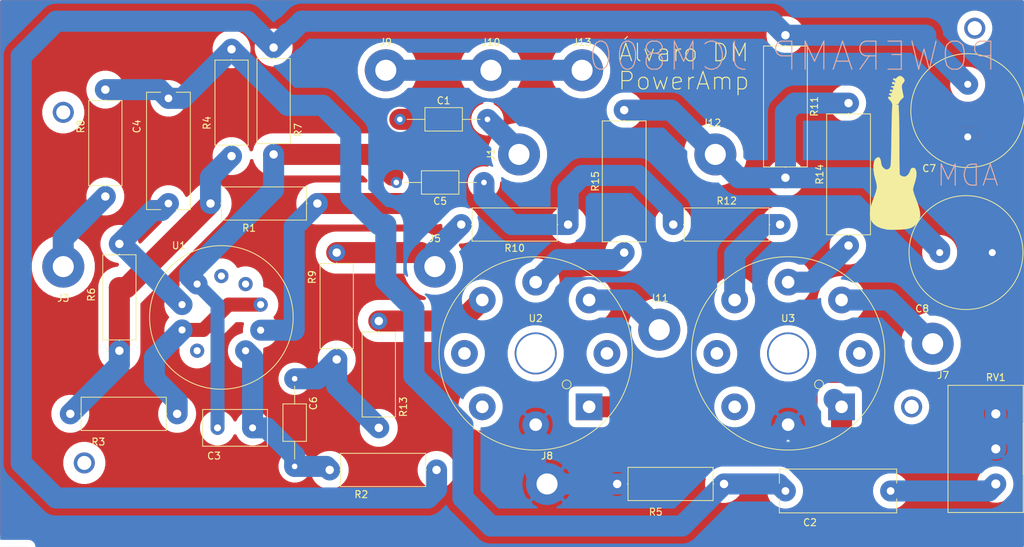
<source format=kicad_pcb>
(kicad_pcb (version 20171130) (host pcbnew "(5.1.10)-1")
  (layers (0 F.Cu signal hide) (31 B.Cu signal hide) (34 B.Paste user) (35 F.Paste user) (36 B.SilkS user hide) (37 F.SilkS user hide) (38 B.Mask user hide) (39 F.Mask user hide) (44 Edge.Cuts user hide))
  (net 0 "")
  (net 1 "Net-(C1-Pad1)")
  (net 2 "Net-(C1-Pad2)")
  (net 3 "Net-(C2-Pad2)")
  (net 4 "Net-(C2-Pad1)")
  (net 5 "Net-(C3-Pad2)")
  (net 6 "Net-(C3-Pad1)")
  (net 7 "Net-(C4-Pad1)")
  (net 8 "Net-(C5-Pad1)")
  (net 9 "Net-(C6-Pad1)")
  (net 10 "Net-(J3-Pad1)")
  (net 11 "Net-(J5-Pad1)")
  (net 12 "Net-(J7-Pad1)")
  (net 13 "Net-(J10-Pad1)")
  (net 14 "Net-(J11-Pad1)")
  (net 15 "Net-(R1-Pad1)")
  (net 16 "Net-(R3-Pad2)")
  (net 17 "Net-(R12-Pad2)")
  (net 18 "Net-(R13-Pad2)")
  (net 19 "Net-(R14-Pad1)")
  (net 20 "Net-(R15-Pad1)")
  (net 21 "Net-(U2-Pad1)")
  (net 22 "Net-(C7-Pad1)")
  (net 23 "Net-(C8-Pad1)")
  (net 24 GND)
  (module Logos:guitar (layer F.Cu) (at 210 77)
    (fp_text reference G*** hide)
    (fp_text value LOGO hide)
    (fp_poly (pts (xy 0.664635 -14.070951) (xy 0.768512 -13.976513) (xy 0.95857 -13.740784) (xy 0.999179 -13.532922) (xy 0.89251 -13.305395) (xy 0.804333 -13.19256) (xy 0.684291 -13.023937) (xy 0.618463 -12.84443) (xy 0.604928 -12.616671) (xy 0.641766 -12.303293) (xy 0.727057 -11.866929) (xy 0.734435 -11.832474) (xy 0.876203 -11.172746) (xy 0.570373 -10.892616) (xy 0.375094 -10.6792) (xy 0.237667 -10.466109) (xy 0.208978 -10.391099) (xy 0.096739 -10.200177) (xy -0.07146 -10.135209) (xy -0.296334 -10.100705) (xy -0.076671 -10.08802) (xy 0.142993 -10.075334) (xy 0.198186 -8.868834) (xy 0.210143 -8.520261) (xy 0.221285 -8.02766) (xy 0.231323 -7.416336) (xy 0.239965 -6.711594) (xy 0.246918 -5.938738) (xy 0.251893 -5.123074) (xy 0.254596 -4.289905) (xy 0.254986 -3.937) (xy 0.256695 -3.156966) (xy 0.260936 -2.428175) (xy 0.267414 -1.768292) (xy 0.275832 -1.194979) (xy 0.285898 -0.725898) (xy 0.297314 -0.378712) (xy 0.309786 -0.171084) (xy 0.318796 -0.118509) (xy 0.496068 0.032302) (xy 0.758 0.139816) (xy 0.963379 0.169333) (xy 1.234744 0.090317) (xy 1.489544 -0.125484) (xy 1.696066 -0.446201) (xy 1.774467 -0.645798) (xy 1.864437 -0.893866) (xy 1.957148 -1.021708) (xy 2.093499 -1.07408) (xy 2.175402 -1.08451) (xy 2.379967 -1.076369) (xy 2.509896 -0.97149) (xy 2.577568 -0.855881) (xy 2.690948 -0.466317) (xy 2.690486 0.03186) (xy 2.577214 0.622856) (xy 2.455333 1.016) (xy 2.340243 1.376152) (xy 2.252496 1.709948) (xy 2.206237 1.961274) (xy 2.202466 2.019153) (xy 2.233227 2.204571) (xy 2.318009 2.505464) (xy 2.44419 2.881638) (xy 2.599149 3.292901) (xy 2.614567 3.331487) (xy 2.905366 4.106605) (xy 3.101556 4.761409) (xy 3.203321 5.315896) (xy 3.210848 5.790064) (xy 3.124322 6.203911) (xy 2.943927 6.577436) (xy 2.669849 6.930637) (xy 2.648114 6.954097) (xy 2.372484 7.208868) (xy 2.065372 7.403292) (xy 1.6991 7.545647) (xy 1.245996 7.644209) (xy 0.678384 7.707255) (xy 0.015256 7.741547) (xy -0.45485 7.751007) (xy -0.905046 7.748957) (xy -1.287477 7.736322) (xy -1.554287 7.714026) (xy -1.575884 7.710806) (xy -2.299046 7.542808) (xy -2.900699 7.293526) (xy -3.369316 6.969403) (xy -3.693367 6.576882) (xy -3.732426 6.50543) (xy -3.897281 6.057233) (xy -3.960581 5.546033) (xy -3.920711 4.957065) (xy -3.776058 4.275561) (xy -3.525008 3.486755) (xy -3.352682 3.031301) (xy -3.153379 2.49695) (xy -3.028765 2.06879) (xy -2.974527 1.703239) (xy -2.98635 1.356713) (xy -3.05992 0.985631) (xy -3.126817 0.749751) (xy -3.337641 -0.059015) (xy -3.445138 -0.767841) (xy -3.453852 -1.407313) (xy -3.451778 -1.437994) (xy -3.382781 -1.918418) (xy -3.248246 -2.260933) (xy -3.037333 -2.487887) (xy -2.906576 -2.561978) (xy -2.735347 -2.61461) (xy -2.610898 -2.554925) (xy -2.530054 -2.464076) (xy -2.417071 -2.238698) (xy -2.370667 -1.977568) (xy -2.319127 -1.599663) (xy -2.181288 -1.281625) (xy -1.982326 -1.039865) (xy -1.747415 -0.890789) (xy -1.50173 -0.850808) (xy -1.270445 -0.936331) (xy -1.09027 -1.143) (xy -1.057004 -1.214463) (xy -1.028583 -1.31323) (xy -1.004355 -1.453682) (xy -0.98367 -1.650196) (xy -0.965876 -1.917152) (xy -0.950321 -2.268928) (xy -0.936356 -2.719903) (xy -0.92333 -3.284454) (xy -0.91059 -3.976962) (xy -0.897486 -4.811804) (xy -0.885178 -5.672667) (xy -0.872141 -6.509381) (xy -0.857169 -7.295591) (xy -0.840766 -8.014878) (xy -0.823433 -8.650824) (xy -0.805675 -9.18701) (xy -0.787994 -9.607018) (xy -0.770894 -9.894427) (xy -0.754877 -10.032821) (xy -0.751297 -10.04198) (xy -0.752793 -10.158838) (xy -0.834774 -10.351941) (xy -0.966657 -10.569712) (xy -1.117859 -10.760579) (xy -1.237982 -10.862708) (xy -1.334511 -10.995397) (xy -1.354667 -11.104719) (xy -1.325902 -11.226876) (xy -1.20757 -11.240143) (xy -1.143 -11.225899) (xy -0.977393 -11.214024) (xy -0.931334 -11.291513) (xy -1.002565 -11.404936) (xy -1.109587 -11.456865) (xy -1.23836 -11.537361) (xy -1.231866 -11.640081) (xy -1.108324 -11.715718) (xy -1.00942 -11.727965) (xy -0.834746 -11.782007) (xy -0.779083 -11.869495) (xy -0.797913 -11.96923) (xy -0.926404 -11.963822) (xy -1.063053 -11.964228) (xy -1.100639 -12.091083) (xy -1.100667 -12.097459) (xy -1.047182 -12.245368) (xy -0.916055 -12.264857) (xy -0.778934 -12.175067) (xy -0.693026 -12.121581) (xy -0.677334 -12.168142) (xy -0.648721 -12.327513) (xy -0.625942 -12.396742) (xy -0.631936 -12.503773) (xy -0.752942 -12.530667) (xy -0.899888 -12.583755) (xy -0.931334 -12.663373) (xy -0.886566 -12.754617) (xy -0.75143 -12.738979) (xy -0.566723 -12.738352) (xy -0.498727 -12.796773) (xy -0.428366 -12.959817) (xy -0.478503 -13.02114) (xy -0.564731 -13.002525) (xy -0.718462 -13.01049) (xy -0.800994 -13.131078) (xy -0.787442 -13.263823) (xy -0.697131 -13.355591) (xy -0.577273 -13.372405) (xy -0.5089 -13.305901) (xy -0.508 -13.292667) (xy -0.443571 -13.210461) (xy -0.423334 -13.208) (xy -0.354544 -13.278913) (xy -0.338667 -13.377334) (xy -0.389458 -13.514613) (xy -0.46067 -13.546667) (xy -0.609326 -13.604113) (xy -0.652087 -13.731602) (xy -0.602223 -13.824978) (xy -0.485471 -13.872847) (xy -0.410831 -13.822031) (xy -0.313658 -13.78997) (xy -0.1757 -13.879015) (xy -0.080529 -13.974431) (xy 0.169875 -14.171612) (xy 0.411679 -14.203769) (xy 0.664635 -14.070951)) (layer F.SilkS) (width 0.01))
  )
  (module Valve:Valve_Octal (layer F.Cu) (at 166 110)
    (fp_text reference U2 (at -7.62 -12.62) (layer F.SilkS))
    (fp_text value EL34)
    (fp_circle (center -7.62 -7.62) (end 2.13 2.13) (layer F.SilkS) (width 0.12))
    (fp_circle (center -3.21 -3.2) (end -2.77 -2.75) (layer F.SilkS) (width 0.12))
    (pad "" thru_hole circle (at -7.62 -7.62) (size 6 6) (drill 5.5) (layers *.Cu *.Mask))
    (pad 8 thru_hole circle (at -7.62 2.54) (size 3.81 7.62) (drill 1.8) (layers *.Cu *.Mask) (net 24 GND))
    (pad 7 thru_hole circle (at -15.24 0) (size 3.81 7.62) (drill 1.8) (layers *.Cu *.Mask))
    (pad 6 thru_hole circle (at -17.78 -7.62) (size 3.81 7.62) (drill 1.8) (layers *.Cu *.Mask))
    (pad 5 thru_hole circle (at -15.24 -15.24) (size 3.81 7.62) (drill 1.8) (layers *.Cu *.Mask) (net 18 "Net-(R13-Pad2)"))
    (pad 4 thru_hole circle (at -7.62 -17.78) (size 3.81 7.62) (drill 1.8) (layers *.Cu *.Mask) (net 20 "Net-(R15-Pad1)"))
    (pad 3 thru_hole circle (at 0 -15.24) (size 3.81 7.62) (drill 1.8) (layers *.Cu *.Mask) (net 14 "Net-(J11-Pad1)"))
    (pad 2 thru_hole circle (at 2.54 -7.62) (size 3.81 7.62) (drill 1.8) (layers *.Cu *.Mask))
    (pad 1 thru_hole rect (at 0 0) (size 3.81 3.81) (drill 1.8) (layers *.Cu *.Mask) (net 21 "Net-(U2-Pad1)"))
  )
  (module Valve:Valve_ECC-83-1 (layer F.Cu) (at 117 102)
    (fp_text reference U1 (at -9.5 -15) (layer F.SilkS))
    (fp_text value ECC83)
    (fp_circle (center -3.45 -4.75) (end 6.71 -3.48) (layer F.SilkS) (width 0.12))
    (pad 1 thru_hole circle (at 0 0) (size 2.03 2.03) (drill 1.02) (layers *.Cu *.Mask) (net 5 "Net-(C3-Pad2)"))
    (pad 2 thru_hole circle (at 2.15 -2.93) (size 2.03 2.03) (drill 1.02) (layers *.Cu *.Mask) (net 1 "Net-(C1-Pad1)"))
    (pad 3 thru_hole circle (at 2.15 -6.58) (size 2.03 2.03) (drill 1.02) (layers *.Cu *.Mask) (net 16 "Net-(R3-Pad2)"))
    (pad 4 thru_hole circle (at 0 -9.51) (size 2.03 2.03) (drill 1.02) (layers *.Cu *.Mask))
    (pad 5 thru_hole circle (at -3.45 -10.65) (size 2.03 2.03) (drill 1.02) (layers *.Cu *.Mask))
    (pad 6 thru_hole circle (at -6.91 -9.51) (size 2.03 2.03) (drill 1.02) (layers *.Cu *.Mask) (net 6 "Net-(C3-Pad1)"))
    (pad 7 thru_hole circle (at -9.06 -6.58) (size 2.03 2.03) (drill 1.02) (layers *.Cu *.Mask) (net 7 "Net-(C4-Pad1)"))
    (pad 8 thru_hole circle (at -9.06 -2.97) (size 2.03 2.03) (drill 1.02) (layers *.Cu *.Mask) (net 16 "Net-(R3-Pad2)"))
    (pad 9 thru_hole circle (at -6.91 0) (size 2.03 2.03) (drill 1.02) (layers *.Cu *.Mask))
  )
  (module Resistor_THT:R_Axial_DIN0414_L11.9mm_D4.5mm_P15.24mm_Horizontal (layer F.Cu) (at 99 102 90)
    (fp_text reference R6 (at 8 -4 90) (layer F.SilkS))
    (fp_text value 1M)
    (fp_line (start 1.55 -2.37) (end 1.55 2.37) (layer F.SilkS) (width 0.12))
    (fp_line (start 1.55 2.37) (end 13.69 2.37) (layer F.SilkS) (width 0.12))
    (fp_line (start 13.69 2.37) (end 13.69 -2.37) (layer F.SilkS) (width 0.12))
    (fp_line (start 13.69 -2.37) (end 1.55 -2.37) (layer F.SilkS) (width 0.12))
    (fp_line (start 1.44 0) (end 1.55 0) (layer F.SilkS) (width 0.12))
    (fp_line (start 13.8 0) (end 13.69 0) (layer F.SilkS) (width 0.12))
    (pad 2 thru_hole oval (at 15.24 0 90) (size 2.4 2.4) (drill 1.2) (layers *.Cu *.Mask) (net 7 "Net-(C4-Pad1)"))
    (pad 1 thru_hole circle (at 0 0 90) (size 2.4 2.4) (drill 1.2) (layers *.Cu *.Mask) (net 15 "Net-(R1-Pad1)"))
  )
  (module Resistor_THT:R_Axial_DIN0414_L11.9mm_D4.5mm_P15.24mm_Horizontal (layer F.Cu) (at 97 80 90)
    (fp_text reference R8 (at 10 -3.5 90) (layer F.SilkS))
    (fp_text value 100k)
    (fp_line (start 13.8 0) (end 13.69 0) (layer F.SilkS) (width 0.12))
    (fp_line (start 1.44 0) (end 1.55 0) (layer F.SilkS) (width 0.12))
    (fp_line (start 13.69 -2.37) (end 1.55 -2.37) (layer F.SilkS) (width 0.12))
    (fp_line (start 13.69 2.37) (end 13.69 -2.37) (layer F.SilkS) (width 0.12))
    (fp_line (start 1.55 2.37) (end 13.69 2.37) (layer F.SilkS) (width 0.12))
    (fp_line (start 1.55 -2.37) (end 1.55 2.37) (layer F.SilkS) (width 0.12))
    (pad 1 thru_hole circle (at 0 0 90) (size 2.4 2.4) (drill 1.2) (layers *.Cu *.Mask) (net 10 "Net-(J3-Pad1)"))
    (pad 2 thru_hole oval (at 15.24 0 90) (size 2.4 2.4) (drill 1.2) (layers *.Cu *.Mask) (net 4 "Net-(C2-Pad1)"))
  )
  (module Resistor_THT:R_Axial_DIN0617_L17.0mm_D6.0mm_P20.32mm_Horizontal (layer F.Cu) (at 171 88 90)
    (fp_text reference R15 (at 10.16 -4.12 90) (layer F.SilkS))
    (fp_text value "1k 5W")
    (fp_line (start 1.54 -3.12) (end 1.54 3.12) (layer F.SilkS) (width 0.12))
    (fp_line (start 1.54 3.12) (end 18.78 3.12) (layer F.SilkS) (width 0.12))
    (fp_line (start 18.78 3.12) (end 18.78 -3.12) (layer F.SilkS) (width 0.12))
    (fp_line (start 18.78 -3.12) (end 1.54 -3.12) (layer F.SilkS) (width 0.12))
    (fp_line (start 1.44 0) (end 1.54 0) (layer F.SilkS) (width 0.12))
    (fp_line (start 18.88 0) (end 18.78 0) (layer F.SilkS) (width 0.12))
    (pad 2 thru_hole oval (at 20.32 0 90) (size 2.4 2.4) (drill 1.2) (layers *.Cu *.Mask) (net 23 "Net-(C8-Pad1)"))
    (pad 1 thru_hole circle (at 0 0 90) (size 2.4 2.4) (drill 1.2) (layers *.Cu *.Mask) (net 20 "Net-(R15-Pad1)"))
  )
  (module Potentiometer_THT:Potentiometer_Alps_RK163_Single_Horizontal (layer F.Cu) (at 224 121)
    (fp_text reference RV1 (at 0 -15.2) (layer F.SilkS))
    (fp_text value "22k PRESENCE")
    (fp_line (start 18.92 -8.12) (end 18.92 -1.879) (layer F.SilkS) (width 0.12))
    (fp_line (start 8.92 -8.12) (end 8.92 -1.879) (layer F.SilkS) (width 0.12))
    (fp_line (start 8.92 -1.879) (end 18.92 -1.879) (layer F.SilkS) (width 0.12))
    (fp_line (start 8.92 -8.12) (end 18.92 -8.12) (layer F.SilkS) (width 0.12))
    (fp_line (start 8.92 -8.62) (end 8.92 -1.38) (layer F.SilkS) (width 0.12))
    (fp_line (start 3.92 -8.62) (end 3.92 -1.38) (layer F.SilkS) (width 0.12))
    (fp_line (start 3.92 -1.38) (end 8.92 -1.38) (layer F.SilkS) (width 0.12))
    (fp_line (start 3.92 -8.62) (end 8.92 -8.62) (layer F.SilkS) (width 0.12))
    (fp_line (start 3.92 -14.07) (end 3.92 4.07) (layer F.SilkS) (width 0.12))
    (fp_line (start -6.82 -14.07) (end -6.82 4.07) (layer F.SilkS) (width 0.12))
    (fp_line (start -6.82 4.07) (end 3.92 4.07) (layer F.SilkS) (width 0.12))
    (fp_line (start -6.82 -14.07) (end 3.92 -14.07) (layer F.SilkS) (width 0.12))
    (pad 3 thru_hole circle (at 0 -10) (size 2.34 2.34) (drill 1.3) (layers *.Cu *.Mask) (net 24 GND))
    (pad 2 thru_hole circle (at 0 -5) (size 2.34 2.34) (drill 1.3) (layers *.Cu *.Mask) (net 24 GND))
    (pad 1 thru_hole circle (at 0 0) (size 2.34 2.34) (drill 1.3) (layers *.Cu *.Mask) (net 3 "Net-(C2-Pad2)"))
  )
  (module Resistor_THT:R_Axial_DIN0414_L11.9mm_D4.5mm_P15.24mm_Horizontal (layer F.Cu) (at 121 74 90)
    (fp_text reference R7 (at 3.5 3.5 90) (layer F.SilkS))
    (fp_text value 100k)
    (fp_line (start 1.55 -2.37) (end 1.55 2.37) (layer F.SilkS) (width 0.12))
    (fp_line (start 1.55 2.37) (end 13.69 2.37) (layer F.SilkS) (width 0.12))
    (fp_line (start 13.69 2.37) (end 13.69 -2.37) (layer F.SilkS) (width 0.12))
    (fp_line (start 13.69 -2.37) (end 1.55 -2.37) (layer F.SilkS) (width 0.12))
    (fp_line (start 1.44 0) (end 1.55 0) (layer F.SilkS) (width 0.12))
    (fp_line (start 13.8 0) (end 13.69 0) (layer F.SilkS) (width 0.12))
    (pad 2 thru_hole oval (at 15.24 0 90) (size 2.4 2.4) (drill 1.2) (layers *.Cu *.Mask) (net 22 "Net-(C7-Pad1)"))
    (pad 1 thru_hole circle (at 0 0 90) (size 2.4 2.4) (drill 1.2) (layers *.Cu *.Mask) (net 6 "Net-(C3-Pad1)"))
  )
  (module Valve:Valve_Octal (layer F.Cu) (at 202 110)
    (fp_text reference U3 (at -7.62 -12.62) (layer F.SilkS))
    (fp_text value EL34)
    (fp_circle (center -3.21 -3.2) (end -2.77 -2.75) (layer F.SilkS) (width 0.12))
    (fp_circle (center -7.62 -7.62) (end 2.13 2.13) (layer F.SilkS) (width 0.12))
    (pad 1 thru_hole rect (at 0 0) (size 3.81 3.81) (drill 1.8) (layers *.Cu *.Mask) (net 21 "Net-(U2-Pad1)"))
    (pad 2 thru_hole circle (at 2.54 -7.62) (size 3.81 7.62) (drill 1.8) (layers *.Cu *.Mask))
    (pad 3 thru_hole circle (at 0 -15.24) (size 3.81 7.62) (drill 1.8) (layers *.Cu *.Mask) (net 12 "Net-(J7-Pad1)"))
    (pad 4 thru_hole circle (at -7.62 -17.78) (size 3.81 7.62) (drill 1.8) (layers *.Cu *.Mask) (net 19 "Net-(R14-Pad1)"))
    (pad 5 thru_hole circle (at -15.24 -15.24) (size 3.81 7.62) (drill 1.8) (layers *.Cu *.Mask) (net 17 "Net-(R12-Pad2)"))
    (pad 6 thru_hole circle (at -17.78 -7.62) (size 3.81 7.62) (drill 1.8) (layers *.Cu *.Mask))
    (pad 7 thru_hole circle (at -15.24 0) (size 3.81 7.62) (drill 1.8) (layers *.Cu *.Mask))
    (pad 8 thru_hole circle (at -7.62 2.54) (size 3.81 7.62) (drill 1.8) (layers *.Cu *.Mask) (net 24 GND))
    (pad "" thru_hole circle (at -7.62 -7.62) (size 6 6) (drill 5.5) (layers *.Cu *.Mask))
  )
  (module Resistor_THT:R_Axial_DIN0414_L11.9mm_D4.5mm_P15.24mm_Horizontal (layer F.Cu) (at 163 84 180)
    (fp_text reference R10 (at 7.62 -3.37) (layer F.SilkS))
    (fp_text value 150k)
    (fp_line (start 1.55 -2.37) (end 1.55 2.37) (layer F.SilkS) (width 0.12))
    (fp_line (start 1.55 2.37) (end 13.69 2.37) (layer F.SilkS) (width 0.12))
    (fp_line (start 13.69 2.37) (end 13.69 -2.37) (layer F.SilkS) (width 0.12))
    (fp_line (start 13.69 -2.37) (end 1.55 -2.37) (layer F.SilkS) (width 0.12))
    (fp_line (start 1.44 0) (end 1.55 0) (layer F.SilkS) (width 0.12))
    (fp_line (start 13.8 0) (end 13.69 0) (layer F.SilkS) (width 0.12))
    (pad 2 thru_hole oval (at 15.24 0 180) (size 2.4 2.4) (drill 1.2) (layers *.Cu *.Mask) (net 11 "Net-(J5-Pad1)"))
    (pad 1 thru_hole circle (at 0 0 180) (size 2.4 2.4) (drill 1.2) (layers *.Cu *.Mask) (net 8 "Net-(C5-Pad1)"))
  )
  (module Resistor_THT:R_Axial_DIN0414_L11.9mm_D4.5mm_P15.24mm_Horizontal (layer F.Cu) (at 170 121)
    (fp_text reference R5 (at 5.5 4) (layer F.SilkS))
    (fp_text value 4k7)
    (fp_line (start 13.8 0) (end 13.69 0) (layer F.SilkS) (width 0.12))
    (fp_line (start 1.44 0) (end 1.55 0) (layer F.SilkS) (width 0.12))
    (fp_line (start 13.69 -2.37) (end 1.55 -2.37) (layer F.SilkS) (width 0.12))
    (fp_line (start 13.69 2.37) (end 13.69 -2.37) (layer F.SilkS) (width 0.12))
    (fp_line (start 1.55 2.37) (end 13.69 2.37) (layer F.SilkS) (width 0.12))
    (fp_line (start 1.55 -2.37) (end 1.55 2.37) (layer F.SilkS) (width 0.12))
    (pad 1 thru_hole circle (at 0 0) (size 2.4 2.4) (drill 1.2) (layers *.Cu *.Mask) (net 24 GND))
    (pad 2 thru_hole oval (at 15.24 0) (size 2.4 2.4) (drill 1.2) (layers *.Cu *.Mask) (net 4 "Net-(C2-Pad1)"))
  )
  (module Resistor_THT:R_Axial_DIN0414_L11.9mm_D4.5mm_P15.24mm_Horizontal (layer F.Cu) (at 130 88 270)
    (fp_text reference R9 (at 3.5 3.5 90) (layer F.SilkS))
    (fp_text value 150k)
    (fp_line (start 13.8 0) (end 13.69 0) (layer F.SilkS) (width 0.12))
    (fp_line (start 1.44 0) (end 1.55 0) (layer F.SilkS) (width 0.12))
    (fp_line (start 13.69 -2.37) (end 1.55 -2.37) (layer F.SilkS) (width 0.12))
    (fp_line (start 13.69 2.37) (end 13.69 -2.37) (layer F.SilkS) (width 0.12))
    (fp_line (start 1.55 2.37) (end 13.69 2.37) (layer F.SilkS) (width 0.12))
    (fp_line (start 1.55 -2.37) (end 1.55 2.37) (layer F.SilkS) (width 0.12))
    (pad 1 thru_hole circle (at 0 0 270) (size 2.4 2.4) (drill 1.2) (layers *.Cu *.Mask) (net 11 "Net-(J5-Pad1)"))
    (pad 2 thru_hole oval (at 15.24 0 270) (size 2.4 2.4) (drill 1.2) (layers *.Cu *.Mask) (net 9 "Net-(C6-Pad1)"))
  )
  (module Resistor_THT:R_Axial_DIN0414_L11.9mm_D4.5mm_P15.24mm_Horizontal (layer F.Cu) (at 136 113 90)
    (fp_text reference R13 (at 3 3.5 90) (layer F.SilkS))
    (fp_text value 5k6)
    (fp_line (start 13.8 0) (end 13.69 0) (layer F.SilkS) (width 0.12))
    (fp_line (start 1.44 0) (end 1.55 0) (layer F.SilkS) (width 0.12))
    (fp_line (start 13.69 -2.37) (end 1.55 -2.37) (layer F.SilkS) (width 0.12))
    (fp_line (start 13.69 2.37) (end 13.69 -2.37) (layer F.SilkS) (width 0.12))
    (fp_line (start 1.55 2.37) (end 13.69 2.37) (layer F.SilkS) (width 0.12))
    (fp_line (start 1.55 -2.37) (end 1.55 2.37) (layer F.SilkS) (width 0.12))
    (pad 1 thru_hole circle (at 0 0 90) (size 2.4 2.4) (drill 1.2) (layers *.Cu *.Mask) (net 9 "Net-(C6-Pad1)"))
    (pad 2 thru_hole oval (at 15.24 0 90) (size 2.4 2.4) (drill 1.2) (layers *.Cu *.Mask) (net 18 "Net-(R13-Pad2)"))
  )
  (module Resistor_THT:R_Axial_DIN0414_L11.9mm_D4.5mm_P15.24mm_Horizontal (layer F.Cu) (at 112 81)
    (fp_text reference R1 (at 5.5 3.5) (layer F.SilkS))
    (fp_text value 1M)
    (fp_line (start 13.8 0) (end 13.69 0) (layer F.SilkS) (width 0.12))
    (fp_line (start 1.44 0) (end 1.55 0) (layer F.SilkS) (width 0.12))
    (fp_line (start 13.69 -2.37) (end 1.55 -2.37) (layer F.SilkS) (width 0.12))
    (fp_line (start 13.69 2.37) (end 13.69 -2.37) (layer F.SilkS) (width 0.12))
    (fp_line (start 1.55 2.37) (end 13.69 2.37) (layer F.SilkS) (width 0.12))
    (fp_line (start 1.55 -2.37) (end 1.55 2.37) (layer F.SilkS) (width 0.12))
    (pad 1 thru_hole circle (at 0 0) (size 2.4 2.4) (drill 1.2) (layers *.Cu *.Mask) (net 15 "Net-(R1-Pad1)"))
    (pad 2 thru_hole oval (at 15.24 0) (size 2.4 2.4) (drill 1.2) (layers *.Cu *.Mask) (net 1 "Net-(C1-Pad1)"))
  )
  (module Resistor_THT:R_Axial_DIN0414_L11.9mm_D4.5mm_P15.24mm_Horizontal (layer F.Cu) (at 115 59 270)
    (fp_text reference R4 (at 10.5 3.5 90) (layer F.SilkS))
    (fp_text value 10k)
    (fp_line (start 13.8 0) (end 13.69 0) (layer F.SilkS) (width 0.12))
    (fp_line (start 1.44 0) (end 1.55 0) (layer F.SilkS) (width 0.12))
    (fp_line (start 13.69 -2.37) (end 1.55 -2.37) (layer F.SilkS) (width 0.12))
    (fp_line (start 13.69 2.37) (end 13.69 -2.37) (layer F.SilkS) (width 0.12))
    (fp_line (start 1.55 2.37) (end 13.69 2.37) (layer F.SilkS) (width 0.12))
    (fp_line (start 1.55 -2.37) (end 1.55 2.37) (layer F.SilkS) (width 0.12))
    (pad 1 thru_hole circle (at 0 0 270) (size 2.4 2.4) (drill 1.2) (layers *.Cu *.Mask) (net 4 "Net-(C2-Pad1)"))
    (pad 2 thru_hole oval (at 15.24 0 270) (size 2.4 2.4) (drill 1.2) (layers *.Cu *.Mask) (net 15 "Net-(R1-Pad1)"))
  )
  (module Resistor_THT:R_Axial_DIN0414_L11.9mm_D4.5mm_P15.24mm_Horizontal (layer F.Cu) (at 92 111)
    (fp_text reference R3 (at 4 4) (layer F.SilkS))
    (fp_text value 470R)
    (fp_line (start 1.55 -2.37) (end 1.55 2.37) (layer F.SilkS) (width 0.12))
    (fp_line (start 1.55 2.37) (end 13.69 2.37) (layer F.SilkS) (width 0.12))
    (fp_line (start 13.69 2.37) (end 13.69 -2.37) (layer F.SilkS) (width 0.12))
    (fp_line (start 13.69 -2.37) (end 1.55 -2.37) (layer F.SilkS) (width 0.12))
    (fp_line (start 1.44 0) (end 1.55 0) (layer F.SilkS) (width 0.12))
    (fp_line (start 13.8 0) (end 13.69 0) (layer F.SilkS) (width 0.12))
    (pad 2 thru_hole oval (at 15.24 0) (size 2.4 2.4) (drill 1.2) (layers *.Cu *.Mask) (net 16 "Net-(R3-Pad2)"))
    (pad 1 thru_hole circle (at 0 0) (size 2.4 2.4) (drill 1.2) (layers *.Cu *.Mask) (net 15 "Net-(R1-Pad1)"))
  )
  (module Resistor_THT:R_Axial_DIN0617_L17.0mm_D6.0mm_P20.32mm_Horizontal (layer F.Cu) (at 203 87 90)
    (fp_text reference R14 (at 10.16 -4.12 90) (layer F.SilkS))
    (fp_text value "1k 5W")
    (fp_line (start 18.88 0) (end 18.78 0) (layer F.SilkS) (width 0.12))
    (fp_line (start 1.44 0) (end 1.54 0) (layer F.SilkS) (width 0.12))
    (fp_line (start 18.78 -3.12) (end 1.54 -3.12) (layer F.SilkS) (width 0.12))
    (fp_line (start 18.78 3.12) (end 18.78 -3.12) (layer F.SilkS) (width 0.12))
    (fp_line (start 1.54 3.12) (end 18.78 3.12) (layer F.SilkS) (width 0.12))
    (fp_line (start 1.54 -3.12) (end 1.54 3.12) (layer F.SilkS) (width 0.12))
    (pad 1 thru_hole circle (at 0 0 90) (size 2.4 2.4) (drill 1.2) (layers *.Cu *.Mask) (net 19 "Net-(R14-Pad1)"))
    (pad 2 thru_hole oval (at 20.32 0 90) (size 2.4 2.4) (drill 1.2) (layers *.Cu *.Mask) (net 23 "Net-(C8-Pad1)"))
  )
  (module Capacitor_THT:C_Axial_L5.1mm_D3.1mm_P12.50mm_Horizontal (layer F.Cu) (at 139 69)
    (fp_text reference C1 (at 6.25 -2.67) (layer F.SilkS))
    (fp_text value 22n)
    (fp_line (start 3.58 -1.67) (end 3.58 1.67) (layer F.SilkS) (width 0.12))
    (fp_line (start 3.58 1.67) (end 8.92 1.67) (layer F.SilkS) (width 0.12))
    (fp_line (start 8.92 1.67) (end 8.92 -1.67) (layer F.SilkS) (width 0.12))
    (fp_line (start 8.92 -1.67) (end 3.58 -1.67) (layer F.SilkS) (width 0.12))
    (fp_line (start 1.04 0) (end 3.58 0) (layer F.SilkS) (width 0.12))
    (fp_line (start 11.46 0) (end 8.92 0) (layer F.SilkS) (width 0.12))
    (pad 1 thru_hole circle (at 0 0) (size 1.6 1.6) (drill 0.8) (layers *.Cu *.Mask) (net 1 "Net-(C1-Pad1)"))
    (pad 2 thru_hole oval (at 12.5 0) (size 1.6 1.6) (drill 0.8) (layers *.Cu *.Mask) (net 2 "Net-(C1-Pad2)"))
  )
  (module Resistor_THT:R_Axial_DIN0414_L11.9mm_D4.5mm_P15.24mm_Horizontal (layer F.Cu) (at 129 119)
    (fp_text reference R2 (at 4.5 3.5) (layer F.SilkS))
    (fp_text value 82k)
    (fp_line (start 1.55 -2.37) (end 1.55 2.37) (layer F.SilkS) (width 0.12))
    (fp_line (start 1.55 2.37) (end 13.69 2.37) (layer F.SilkS) (width 0.12))
    (fp_line (start 13.69 2.37) (end 13.69 -2.37) (layer F.SilkS) (width 0.12))
    (fp_line (start 13.69 -2.37) (end 1.55 -2.37) (layer F.SilkS) (width 0.12))
    (fp_line (start 1.44 0) (end 1.55 0) (layer F.SilkS) (width 0.12))
    (fp_line (start 13.8 0) (end 13.69 0) (layer F.SilkS) (width 0.12))
    (pad 2 thru_hole oval (at 15.24 0) (size 2.4 2.4) (drill 1.2) (layers *.Cu *.Mask) (net 22 "Net-(C7-Pad1)"))
    (pad 1 thru_hole circle (at 0 0) (size 2.4 2.4) (drill 1.2) (layers *.Cu *.Mask) (net 5 "Net-(C3-Pad2)"))
  )
  (module Capacitor_THT:C_Rect_L16.5mm_W6.0mm_P15.00mm_MKT (layer F.Cu) (at 194 122)
    (fp_text reference C2 (at 3.5 4.5) (layer F.SilkS))
    (fp_text value 100n)
    (fp_line (start 15.87 1.104) (end 15.87 3.12) (layer F.SilkS) (width 0.12))
    (fp_line (start 15.87 -3.12) (end 15.87 -1.104) (layer F.SilkS) (width 0.12))
    (fp_line (start -0.87 1.104) (end -0.87 3.12) (layer F.SilkS) (width 0.12))
    (fp_line (start -0.87 -3.12) (end -0.87 -1.104) (layer F.SilkS) (width 0.12))
    (fp_line (start -0.87 3.12) (end 15.87 3.12) (layer F.SilkS) (width 0.12))
    (fp_line (start -0.87 -3.12) (end 15.87 -3.12) (layer F.SilkS) (width 0.12))
    (pad 2 thru_hole circle (at 15 0) (size 2.2 2.2) (drill 1.1) (layers *.Cu *.Mask) (net 3 "Net-(C2-Pad2)"))
    (pad 1 thru_hole circle (at 0 0) (size 2.2 2.2) (drill 1.1) (layers *.Cu *.Mask) (net 4 "Net-(C2-Pad1)"))
  )
  (module Capacitor_THT:C_Rect_L16.5mm_W6.0mm_P15.00mm_MKT (layer F.Cu) (at 106 81 90)
    (fp_text reference C4 (at 11 -4.5 90) (layer F.SilkS))
    (fp_text value 100n)
    (fp_line (start -0.87 -3.12) (end 15.87 -3.12) (layer F.SilkS) (width 0.12))
    (fp_line (start -0.87 3.12) (end 15.87 3.12) (layer F.SilkS) (width 0.12))
    (fp_line (start -0.87 -3.12) (end -0.87 -1.104) (layer F.SilkS) (width 0.12))
    (fp_line (start -0.87 1.104) (end -0.87 3.12) (layer F.SilkS) (width 0.12))
    (fp_line (start 15.87 -3.12) (end 15.87 -1.104) (layer F.SilkS) (width 0.12))
    (fp_line (start 15.87 1.104) (end 15.87 3.12) (layer F.SilkS) (width 0.12))
    (pad 1 thru_hole circle (at 0 0 90) (size 2.2 2.2) (drill 1.1) (layers *.Cu *.Mask) (net 7 "Net-(C4-Pad1)"))
    (pad 2 thru_hole circle (at 15 0 90) (size 2.2 2.2) (drill 1.1) (layers *.Cu *.Mask) (net 4 "Net-(C2-Pad1)"))
  )
  (module Capacitor_THT:C_Radial_D16.0mm_H25.0mm_P7.50mm (layer F.Cu) (at 220 64 270)
    (fp_text reference C7 (at 12 5.5 180) (layer F.SilkS))
    (fp_text value "50uF 500V")
    (fp_circle (center 3.75 0) (end 11.87 0) (layer F.SilkS) (width 0.12))
    (pad 1 thru_hole circle (at 0 0 270) (size 2 2) (drill 1) (layers *.Cu *.Mask) (net 22 "Net-(C7-Pad1)"))
    (pad 2 thru_hole circle (at 7.5 0 270) (size 2 2) (drill 1) (layers *.Cu *.Mask) (net 24 GND))
  )
  (module Capacitor_THT:C_Axial_L5.1mm_D3.1mm_P12.50mm_Horizontal (layer F.Cu) (at 151 78 180)
    (fp_text reference C5 (at 6.25 -2.67) (layer F.SilkS))
    (fp_text value 22n)
    (fp_line (start 11.46 0) (end 8.92 0) (layer F.SilkS) (width 0.12))
    (fp_line (start 1.04 0) (end 3.58 0) (layer F.SilkS) (width 0.12))
    (fp_line (start 8.92 -1.67) (end 3.58 -1.67) (layer F.SilkS) (width 0.12))
    (fp_line (start 8.92 1.67) (end 8.92 -1.67) (layer F.SilkS) (width 0.12))
    (fp_line (start 3.58 1.67) (end 8.92 1.67) (layer F.SilkS) (width 0.12))
    (fp_line (start 3.58 -1.67) (end 3.58 1.67) (layer F.SilkS) (width 0.12))
    (pad 2 thru_hole oval (at 12.5 0 180) (size 1.6 1.6) (drill 0.8) (layers *.Cu *.Mask) (net 6 "Net-(C3-Pad1)"))
    (pad 1 thru_hole circle (at 0 0 180) (size 1.6 1.6) (drill 0.8) (layers *.Cu *.Mask) (net 8 "Net-(C5-Pad1)"))
  )
  (module Capacitor_THT:C_Radial_D16.0mm_H25.0mm_P7.50mm (layer F.Cu) (at 216 88)
    (fp_text reference C8 (at -2.5 8) (layer F.SilkS))
    (fp_text value "50uF 500V")
    (fp_circle (center 3.75 0) (end 11.87 0) (layer F.SilkS) (width 0.12))
    (pad 2 thru_hole circle (at 7.5 0) (size 2 2) (drill 1) (layers *.Cu *.Mask) (net 24 GND))
    (pad 1 thru_hole circle (at 0 0) (size 2 2) (drill 1) (layers *.Cu *.Mask) (net 23 "Net-(C8-Pad1)"))
  )
  (module MountingHole:MountingHole_3mm_Pad (layer F.Cu) (at 184 74)
    (fp_text reference J12 (at -0.5 -4.5) (layer F.SilkS))
    (fp_text value Choke1)
    (pad 1 thru_hole circle (at 0 0) (size 6 6) (drill 3) (layers *.Cu *.Mask) (net 23 "Net-(C8-Pad1)"))
  )
  (module MountingHole:MountingHole_3mm_Pad (layer F.Cu) (at 165 62)
    (fp_text reference J13 (at 0 -4) (layer F.SilkS))
    (fp_text value Choke2)
    (pad 1 thru_hole circle (at 0 0) (size 6 6) (drill 3) (layers *.Cu *.Mask) (net 13 "Net-(J10-Pad1)"))
  )
  (module MountingHole:MountingHole_3mm_Pad (layer F.Cu) (at 156 74 90)
    (fp_text reference J1 (at 0 -4 90) (layer F.SilkS))
    (fp_text value In)
    (pad 1 thru_hole circle (at 0 0 90) (size 6 6) (drill 3) (layers *.Cu *.Mask) (net 2 "Net-(C1-Pad2)"))
  )
  (module MountingHole:MountingHole_3mm_Pad (layer F.Cu) (at 91 90 270)
    (fp_text reference J3 (at 4.5 0 180) (layer F.SilkS))
    (fp_text value "OT pur")
    (pad 1 thru_hole circle (at 0 0 270) (size 6 6) (drill 3) (layers *.Cu *.Mask) (net 10 "Net-(J3-Pad1)"))
  )
  (module MountingHole:MountingHole_3mm_Pad (layer F.Cu) (at 144 90)
    (fp_text reference J5 (at 0 -4) (layer F.SilkS))
    (fp_text value -57V)
    (pad 1 thru_hole circle (at 0 0) (size 6 6) (drill 3) (layers *.Cu *.Mask) (net 11 "Net-(J5-Pad1)"))
  )
  (module MountingHole:MountingHole_3mm_Pad (layer F.Cu) (at 215 101)
    (fp_text reference J7 (at 1.5 4.5) (layer F.SilkS))
    (fp_text value "OT Wt")
    (pad 1 thru_hole circle (at 0 0) (size 6 6) (drill 3) (layers *.Cu *.Mask) (net 12 "Net-(J7-Pad1)"))
  )
  (module Resistor_THT:R_Axial_DIN0617_L17.0mm_D6.0mm_P20.32mm_Horizontal (layer F.Cu) (at 194 57 270)
    (fp_text reference R11 (at 10.16 -4.12 90) (layer F.SilkS))
    (fp_text value "10k 2W")
    (fp_line (start 18.88 0) (end 18.78 0) (layer F.SilkS) (width 0.12))
    (fp_line (start 1.44 0) (end 1.54 0) (layer F.SilkS) (width 0.12))
    (fp_line (start 18.78 -3.12) (end 1.54 -3.12) (layer F.SilkS) (width 0.12))
    (fp_line (start 18.78 3.12) (end 18.78 -3.12) (layer F.SilkS) (width 0.12))
    (fp_line (start 1.54 3.12) (end 18.78 3.12) (layer F.SilkS) (width 0.12))
    (fp_line (start 1.54 -3.12) (end 1.54 3.12) (layer F.SilkS) (width 0.12))
    (pad 1 thru_hole circle (at 0 0 270) (size 2.4 2.4) (drill 1.2) (layers *.Cu *.Mask) (net 22 "Net-(C7-Pad1)"))
    (pad 2 thru_hole oval (at 20.32 0 270) (size 2.4 2.4) (drill 1.2) (layers *.Cu *.Mask) (net 23 "Net-(C8-Pad1)"))
  )
  (module Capacitor_THT:C_Axial_L5.1mm_D3.1mm_P12.50mm_Horizontal (layer F.Cu) (at 124 106 270)
    (fp_text reference C6 (at 3.5 -2.67 90) (layer F.SilkS))
    (fp_text value 22n)
    (fp_line (start 3.58 -1.67) (end 3.58 1.67) (layer F.SilkS) (width 0.12))
    (fp_line (start 3.58 1.67) (end 8.92 1.67) (layer F.SilkS) (width 0.12))
    (fp_line (start 8.92 1.67) (end 8.92 -1.67) (layer F.SilkS) (width 0.12))
    (fp_line (start 8.92 -1.67) (end 3.58 -1.67) (layer F.SilkS) (width 0.12))
    (fp_line (start 1.04 0) (end 3.58 0) (layer F.SilkS) (width 0.12))
    (fp_line (start 11.46 0) (end 8.92 0) (layer F.SilkS) (width 0.12))
    (pad 1 thru_hole circle (at 0 0 270) (size 1.6 1.6) (drill 0.8) (layers *.Cu *.Mask) (net 9 "Net-(C6-Pad1)"))
    (pad 2 thru_hole oval (at 12.5 0 270) (size 1.6 1.6) (drill 0.8) (layers *.Cu *.Mask) (net 5 "Net-(C3-Pad2)"))
  )
  (module MountingHole:MountingHole_3mm_Pad (layer F.Cu) (at 160 121)
    (fp_text reference J8 (at 0 -4) (layer F.SilkS))
    (fp_text value "Tierra (Jack/AC)")
    (pad 1 thru_hole circle (at 0 0) (size 6 6) (drill 3) (layers *.Cu *.Mask) (net 24 GND))
  )
  (module MountingHole:MountingHole_3mm_Pad (layer F.Cu) (at 137 62)
    (fp_text reference J9 (at 0 -4) (layer F.SilkS))
    (fp_text value B+)
    (pad 1 thru_hole circle (at 0 0) (size 6 6) (drill 3) (layers *.Cu *.Mask) (net 13 "Net-(J10-Pad1)"))
  )
  (module MountingHole:MountingHole_3mm_Pad (layer F.Cu) (at 176 99)
    (fp_text reference J11 (at 0 -4.5) (layer F.SilkS))
    (fp_text value "OT Rd")
    (pad 1 thru_hole circle (at 0 0) (size 6 6) (drill 3) (layers *.Cu *.Mask) (net 14 "Net-(J11-Pad1)"))
  )
  (module Resistor_THT:R_Axial_DIN0414_L11.9mm_D4.5mm_P15.24mm_Horizontal (layer F.Cu) (at 178 84)
    (fp_text reference R12 (at 7.62 -3.37) (layer F.SilkS))
    (fp_text value 5k6)
    (fp_line (start 1.55 -2.37) (end 1.55 2.37) (layer F.SilkS) (width 0.12))
    (fp_line (start 1.55 2.37) (end 13.69 2.37) (layer F.SilkS) (width 0.12))
    (fp_line (start 13.69 2.37) (end 13.69 -2.37) (layer F.SilkS) (width 0.12))
    (fp_line (start 13.69 -2.37) (end 1.55 -2.37) (layer F.SilkS) (width 0.12))
    (fp_line (start 1.44 0) (end 1.55 0) (layer F.SilkS) (width 0.12))
    (fp_line (start 13.8 0) (end 13.69 0) (layer F.SilkS) (width 0.12))
    (pad 2 thru_hole oval (at 15.24 0) (size 2.4 2.4) (drill 1.2) (layers *.Cu *.Mask) (net 17 "Net-(R12-Pad2)"))
    (pad 1 thru_hole circle (at 0 0) (size 2.4 2.4) (drill 1.2) (layers *.Cu *.Mask) (net 8 "Net-(C5-Pad1)"))
  )
  (module MountingHole:MountingHole_3mm_Pad (layer F.Cu) (at 152 62)
    (fp_text reference J10 (at 0 -4) (layer F.SilkS))
    (fp_text value "OT bn")
    (pad 1 thru_hole circle (at 0 0) (size 6 6) (drill 3) (layers *.Cu *.Mask) (net 13 "Net-(J10-Pad1)"))
  )
  (module Capacitor_THT:C_Disc_D9.0mm_W5.0mm_P5.00mm (layer F.Cu) (at 113 113)
    (fp_text reference C3 (at -0.5 4) (layer F.SilkS))
    (fp_text value 47p)
    (fp_line (start -2.12 -2.62) (end 7.12 -2.62) (layer F.SilkS) (width 0.12))
    (fp_line (start -2.12 2.62) (end 7.12 2.62) (layer F.SilkS) (width 0.12))
    (fp_line (start -2.12 -2.62) (end -2.12 2.62) (layer F.SilkS) (width 0.12))
    (fp_line (start 7.12 -2.62) (end 7.12 2.62) (layer F.SilkS) (width 0.12))
    (pad 2 thru_hole circle (at 5 0) (size 2 2) (drill 1) (layers *.Cu *.Mask) (net 5 "Net-(C3-Pad2)"))
    (pad 1 thru_hole circle (at 0 0) (size 2 2) (drill 1) (layers *.Cu *.Mask) (net 6 "Net-(C3-Pad1)"))
  )
  (gr_line (start 82 130) (end 86 130) (layer Edge.Cuts) (width 0.05))
  (gr_text "Álvaro DM\nPowerAmp" (at 179.5 61.5) (layer F.SilkS) (effects (font (size 2.5 2.5))))
  (gr_text ADM (at 220 77) (layer B.SilkS) (effects (font (size 3 3)) (justify mirror)))
  (gr_text "POWERAMP JCM800" (at 195 60) (layer B.SilkS) (effects (font (size 4 4)) (justify mirror)))
  (via (at 221 56) (size 0.8) (drill 0.4) (layers F.Cu B.Cu) (net 0))
  (via (at 221 56) (size 2.5) (drill 2) (layers F.Cu B.Cu) (net 0))
  (via (at 212 110) (size 2.5) (drill 2) (layers F.Cu B.Cu) (net 0))
  (via (at 221 56) (size 3) (drill 2) (layers F.Cu B.Cu) (net 0))
  (via (at 91 68) (size 3) (drill 2) (layers F.Cu B.Cu) (net 0))
  (via (at 94 118) (size 3) (drill 2) (layers F.Cu B.Cu) (net 0))
  (via (at 212 110) (size 3) (drill 2) (layers F.Cu B.Cu) (net 0))
  (segment (start 127.24 81) (end 144 81) (width 3) (layer F.Cu) (net 1))
  (segment (start 144 81) (end 144 72) (width 3) (layer F.Cu) (net 1))
  (segment (start 141 69) (end 139 69) (width 3) (layer F.Cu) (net 1))
  (segment (start 144 72) (end 141 69) (width 3) (layer F.Cu) (net 1))
  (segment (start 119.15 99.07) (end 123.93 99.07) (width 3) (layer B.Cu) (net 1))
  (segment (start 123.93 84.31) (end 127.24 81) (width 3) (layer B.Cu) (net 1))
  (segment (start 123.93 99.07) (end 123.93 84.31) (width 3) (layer B.Cu) (net 1))
  (segment (start 156 73.5) (end 151.5 69) (width 3) (layer B.Cu) (net 2))
  (segment (start 156 74) (end 156 73.5) (width 3) (layer B.Cu) (net 2))
  (segment (start 223 122) (end 224 121) (width 3) (layer B.Cu) (net 3))
  (segment (start 209 122) (end 223 122) (width 3) (layer B.Cu) (net 3))
  (segment (start 104.76 64.76) (end 106 66) (width 3) (layer B.Cu) (net 4))
  (segment (start 97 64.76) (end 104.76 64.76) (width 3) (layer B.Cu) (net 4))
  (segment (start 108 66) (end 115 59) (width 3) (layer B.Cu) (net 4))
  (segment (start 106 66) (end 108 66) (width 3) (layer B.Cu) (net 4))
  (segment (start 179.24 127) (end 185.24 121) (width 3) (layer B.Cu) (net 4))
  (segment (start 115 59) (end 123 67) (width 3) (layer B.Cu) (net 4))
  (segment (start 137 92) (end 141 96) (width 3) (layer B.Cu) (net 4))
  (segment (start 123 67) (end 128 67) (width 3) (layer B.Cu) (net 4))
  (segment (start 128 67) (end 132 71) (width 3) (layer B.Cu) (net 4))
  (segment (start 137 84) (end 137 92) (width 3) (layer B.Cu) (net 4))
  (segment (start 132 71) (end 132 80) (width 3) (layer B.Cu) (net 4))
  (segment (start 132 80) (end 136 84) (width 3) (layer B.Cu) (net 4))
  (segment (start 136 84) (end 137 84) (width 3) (layer B.Cu) (net 4))
  (segment (start 148 123) (end 152 127) (width 3) (layer B.Cu) (net 4))
  (segment (start 141 96) (end 141 105.575402) (width 3) (layer B.Cu) (net 4))
  (segment (start 141 105.575402) (end 148 112.575402) (width 3) (layer B.Cu) (net 4))
  (segment (start 152 127) (end 179.24 127) (width 3) (layer B.Cu) (net 4))
  (segment (start 148 112.575402) (end 148 123) (width 3) (layer B.Cu) (net 4))
  (segment (start 193 121) (end 194 122) (width 3) (layer B.Cu) (net 4))
  (segment (start 185.24 121) (end 193 121) (width 3) (layer B.Cu) (net 4))
  (segment (start 118 103) (end 117 102) (width 3) (layer B.Cu) (net 5))
  (segment (start 118 113) (end 118 103) (width 3) (layer B.Cu) (net 5))
  (segment (start 118 113) (end 120 113) (width 3) (layer B.Cu) (net 5))
  (segment (start 124 117) (end 124 118.5) (width 3) (layer B.Cu) (net 5))
  (segment (start 120 113) (end 124 117) (width 3) (layer B.Cu) (net 5))
  (segment (start 128.5 118.5) (end 129 119) (width 3) (layer B.Cu) (net 5))
  (segment (start 124 118.5) (end 128.5 118.5) (width 3) (layer B.Cu) (net 5))
  (segment (start 121 74) (end 135 74) (width 3) (layer F.Cu) (net 6))
  (segment (start 135 74) (end 138 77) (width 3) (layer F.Cu) (net 6))
  (segment (start 110.09 92.49) (end 113 95.4) (width 2) (layer B.Cu) (net 6))
  (segment (start 113 95.4) (end 113 113) (width 2) (layer B.Cu) (net 6))
  (segment (start 121 79) (end 121 74) (width 3) (layer B.Cu) (net 6))
  (segment (start 109 91) (end 121 79) (width 3) (layer B.Cu) (net 6))
  (segment (start 109 91.4) (end 109 91) (width 3) (layer B.Cu) (net 6))
  (segment (start 110.09 92.49) (end 109 91.4) (width 3) (layer B.Cu) (net 6))
  (segment (start 99.28 86.76) (end 107.94 95.42) (width 3) (layer B.Cu) (net 7))
  (segment (start 99 86.76) (end 99.28 86.76) (width 3) (layer B.Cu) (net 7))
  (segment (start 99 86.76) (end 103.76 82) (width 3) (layer B.Cu) (net 7))
  (segment (start 105 82) (end 106 81) (width 3) (layer B.Cu) (net 7))
  (segment (start 103.76 82) (end 105 82) (width 3) (layer B.Cu) (net 7))
  (segment (start 151 78) (end 151 80) (width 3) (layer B.Cu) (net 8))
  (segment (start 155 84) (end 163 84) (width 3) (layer B.Cu) (net 8))
  (segment (start 151 80) (end 155 84) (width 3) (layer B.Cu) (net 8))
  (segment (start 163 84) (end 163 79) (width 3) (layer B.Cu) (net 8))
  (segment (start 163 79) (end 165 77) (width 3) (layer B.Cu) (net 8))
  (segment (start 165 77) (end 173 77) (width 3) (layer B.Cu) (net 8))
  (segment (start 178 82) (end 178 84) (width 3) (layer B.Cu) (net 8))
  (segment (start 173 77) (end 178 82) (width 3) (layer B.Cu) (net 8))
  (segment (start 130 103.24) (end 130 107) (width 3) (layer B.Cu) (net 9))
  (segment (start 130 107) (end 136 113) (width 3) (layer B.Cu) (net 9))
  (segment (start 129.24 104) (end 130 103.24) (width 3) (layer B.Cu) (net 9))
  (segment (start 127.24 106) (end 130 103.24) (width 3) (layer B.Cu) (net 9))
  (segment (start 124 106) (end 127.24 106) (width 3) (layer B.Cu) (net 9))
  (segment (start 91 86) (end 97 80) (width 3) (layer B.Cu) (net 10))
  (segment (start 91 90) (end 91 86) (width 3) (layer B.Cu) (net 10))
  (segment (start 142 88) (end 144 90) (width 3) (layer F.Cu) (net 11))
  (segment (start 130 88) (end 142 88) (width 3) (layer F.Cu) (net 11))
  (segment (start 144 87.76) (end 147.76 84) (width 3) (layer B.Cu) (net 11))
  (segment (start 144 90) (end 144 87.76) (width 3) (layer B.Cu) (net 11))
  (segment (start 208.76 94.76) (end 215 101) (width 3) (layer B.Cu) (net 12))
  (segment (start 202 94.76) (end 208.76 94.76) (width 3) (layer B.Cu) (net 12))
  (segment (start 137 62) (end 152 62) (width 3) (layer B.Cu) (net 13))
  (segment (start 152 62) (end 165 62) (width 3) (layer B.Cu) (net 13))
  (segment (start 171.76 94.76) (end 176 99) (width 3) (layer B.Cu) (net 14))
  (segment (start 166 94.76) (end 171.76 94.76) (width 3) (layer B.Cu) (net 14))
  (segment (start 99 104) (end 92 111) (width 3) (layer B.Cu) (net 15))
  (segment (start 99 102) (end 99 104) (width 3) (layer B.Cu) (net 15))
  (segment (start 99 102) (end 99 93) (width 3) (layer F.Cu) (net 15))
  (segment (start 100 93) (end 112 81) (width 3) (layer F.Cu) (net 15))
  (segment (start 99 93) (end 100 93) (width 3) (layer F.Cu) (net 15))
  (segment (start 112 77.24) (end 115 74.24) (width 3) (layer B.Cu) (net 15))
  (segment (start 112 81) (end 112 77.24) (width 3) (layer B.Cu) (net 15))
  (segment (start 107.24 111) (end 107.24 109.24) (width 3) (layer B.Cu) (net 16))
  (segment (start 107.24 109.24) (end 104 106) (width 3) (layer B.Cu) (net 16))
  (segment (start 104 102.97) (end 107.94 99.03) (width 3) (layer B.Cu) (net 16))
  (segment (start 104 106) (end 104 102.97) (width 3) (layer B.Cu) (net 16))
  (segment (start 107.94 99.03) (end 110.97 99.03) (width 2) (layer F.Cu) (net 16))
  (segment (start 114.58 95.42) (end 119.15 95.42) (width 2) (layer F.Cu) (net 16))
  (segment (start 110.97 99.03) (end 114.58 95.42) (width 2) (layer F.Cu) (net 16))
  (segment (start 186.76 94.76) (end 186.76 88.24) (width 3) (layer B.Cu) (net 17))
  (segment (start 191 84) (end 193.24 84) (width 3) (layer B.Cu) (net 17))
  (segment (start 186.76 88.24) (end 191 84) (width 3) (layer B.Cu) (net 17))
  (segment (start 147.76 97.76) (end 150.76 94.76) (width 3) (layer F.Cu) (net 18))
  (segment (start 136 97.76) (end 147.76 97.76) (width 3) (layer F.Cu) (net 18))
  (segment (start 197.78 92.22) (end 203 87) (width 3) (layer B.Cu) (net 19))
  (segment (start 194.38 92.22) (end 197.78 92.22) (width 3) (layer B.Cu) (net 19))
  (segment (start 158.38 92.22) (end 161.6 89) (width 3) (layer B.Cu) (net 20))
  (segment (start 170 89) (end 171 88) (width 3) (layer B.Cu) (net 20))
  (segment (start 161.6 89) (end 170 89) (width 3) (layer B.Cu) (net 20))
  (segment (start 200.934999 108.934999) (end 202 110) (width 3) (layer B.Cu) (net 21))
  (segment (start 166 110) (end 171 110) (width 3) (layer F.Cu) (net 21))
  (segment (start 171 110) (end 178 117) (width 3) (layer F.Cu) (net 21))
  (segment (start 202 114.905) (end 202 110) (width 3) (layer F.Cu) (net 21))
  (segment (start 199.905 117) (end 202 114.905) (width 3) (layer F.Cu) (net 21))
  (segment (start 178 117) (end 199.905 117) (width 3) (layer F.Cu) (net 21))
  (segment (start 117.24 55) (end 121 58.76) (width 3) (layer B.Cu) (net 22))
  (segment (start 90 55) (end 117.24 55) (width 3) (layer B.Cu) (net 22))
  (segment (start 85 118) (end 85 60) (width 3) (layer B.Cu) (net 22))
  (segment (start 90 123) (end 85 118) (width 3) (layer B.Cu) (net 22))
  (segment (start 143 123) (end 90 123) (width 3) (layer B.Cu) (net 22))
  (segment (start 85 60) (end 90 55) (width 3) (layer B.Cu) (net 22))
  (segment (start 144.24 121.76) (end 143 123) (width 3) (layer B.Cu) (net 22))
  (segment (start 144.24 119) (end 144.24 121.76) (width 3) (layer B.Cu) (net 22))
  (segment (start 121 58.76) (end 123 56.76) (width 3) (layer B.Cu) (net 22))
  (segment (start 123 56.76) (end 123.24 56.76) (width 3) (layer B.Cu) (net 22))
  (segment (start 123.24 56.76) (end 125 55) (width 3) (layer B.Cu) (net 22))
  (segment (start 192 55) (end 194 57) (width 3) (layer B.Cu) (net 22))
  (segment (start 125 55) (end 192 55) (width 3) (layer B.Cu) (net 22))
  (segment (start 194 57) (end 214 57) (width 3) (layer B.Cu) (net 22))
  (segment (start 214 58) (end 214 57) (width 3) (layer B.Cu) (net 22))
  (segment (start 220 64) (end 214 58) (width 3) (layer B.Cu) (net 22))
  (segment (start 177.68 67.68) (end 184 74) (width 3) (layer B.Cu) (net 23))
  (segment (start 171 67.68) (end 177.68 67.68) (width 3) (layer B.Cu) (net 23))
  (segment (start 194 77.32) (end 194 68) (width 3) (layer B.Cu) (net 23))
  (segment (start 195.32 66.68) (end 203 66.68) (width 3) (layer B.Cu) (net 23))
  (segment (start 194 68) (end 195.32 66.68) (width 3) (layer B.Cu) (net 23))
  (segment (start 187.32 77.32) (end 184 74) (width 3) (layer B.Cu) (net 23))
  (segment (start 194 77.32) (end 187.32 77.32) (width 3) (layer B.Cu) (net 23))
  (segment (start 194 77.32) (end 205.68 77.32) (width 3) (layer B.Cu) (net 23))
  (segment (start 216 87.64) (end 216 88) (width 3) (layer B.Cu) (net 23))
  (segment (start 205.68 77.32) (end 216 87.64) (width 3) (layer B.Cu) (net 23))
  (segment (start 158.38 119.38) (end 160 121) (width 3) (layer B.Cu) (net 24))
  (segment (start 158.38 112.54) (end 158.38 119.38) (width 3) (layer B.Cu) (net 24))
  (segment (start 170 121) (end 177 121) (width 3) (layer B.Cu) (net 24))
  (segment (start 177 121) (end 181 117) (width 3) (layer B.Cu) (net 24))
  (segment (start 189.92 117) (end 194.38 112.54) (width 3) (layer B.Cu) (net 24))
  (segment (start 181 117) (end 189.92 117) (width 3) (layer B.Cu) (net 24))
  (segment (start 160 121) (end 170 121) (width 3) (layer B.Cu) (net 24))
  (segment (start 194.38 112.54) (end 196.84 115) (width 3) (layer B.Cu) (net 24))
  (segment (start 196.84 115) (end 217 115) (width 3) (layer B.Cu) (net 24))
  (segment (start 218 116) (end 224 116) (width 3) (layer B.Cu) (net 24))
  (segment (start 217 115) (end 218 116) (width 3) (layer B.Cu) (net 24))
  (segment (start 224 111) (end 224 88.5) (width 3) (layer B.Cu) (net 24))
  (segment (start 224 111) (end 224 116) (width 3) (layer B.Cu) (net 24))
  (segment (start 220 84.5) (end 223.5 88) (width 3) (layer B.Cu) (net 24))
  (segment (start 220 71.5) (end 220 84.5) (width 3) (layer B.Cu) (net 24))
  (zone (net 24) (net_name GND) (layer B.Cu) (connect_pads (clearance 1)) (min_thickness 0.3) (fill yes (arc_segments 32) (thermal_gap 0.508) (thermal_bridge_width 0.508))
    (polygon (pts (xy 228 130) (xy 82 130) (xy 82 52) (xy 228 52)))
  )
  (zone (net 24) (net_name GND) (layer F.Cu) (connect_pads yes (clearance 1.5)) (min_thickness 0.5) (fill yes (arc_segments 32) (thermal_gap 0.508) (thermal_bridge_width 0.508))
    (polygon (pts (xy 228 130) (xy 82 130) (xy 82 52) (xy 228 52)))
  )
)
</source>
